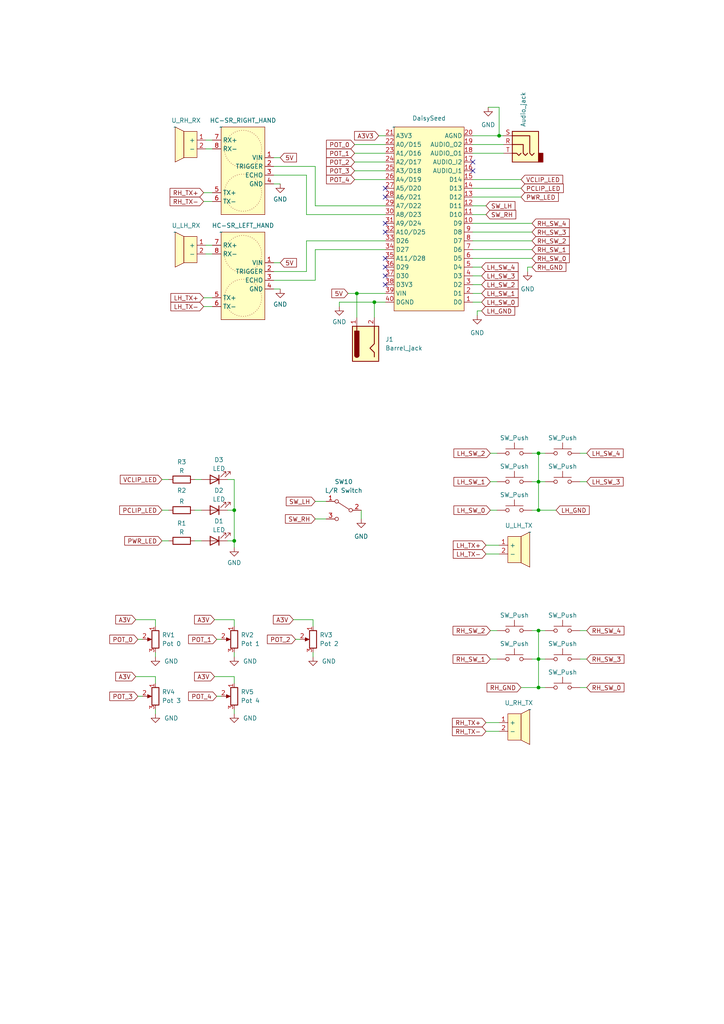
<source format=kicad_sch>
(kicad_sch (version 20230121) (generator eeschema)
  (paper "A4" portrait)
  (lib_symbols
    (symbol "Connector:Barrel_Jack" (pin_names (offset 1.016))
      (property "Reference" "J" (at 0 5.334 0))
      (property "Value" "Barrel_Jack" (at 0 -5.08 0))
      (symbol "Barrel_Jack_0_1"
        (rectangle (start -5.08 3.81) (end 5.08 -3.81) (stroke (width 0.254)) (fill (type background)))
        (arc (start -3.302 3.175) (mid -3.9343 2.54) (end -3.302 1.905) (stroke (width 0.254)))
        (arc (start -3.302 3.175) (mid -3.9343 2.54) (end -3.302 1.905) (stroke (width 0.254)) (fill (type outline)))
        (polyline (pts (xy 5.08 2.54) (xy 3.81 2.54)) (stroke (width 0.254)))
        (polyline (pts (xy -3.81 -2.54) (xy -2.54 -2.54) (xy -1.27 -1.27) (xy 0 -2.54) (xy 2.54 -2.54) (xy 5.08 -2.54)) (stroke (width 0.254)))
        (rectangle (start 3.683 3.175) (end -3.302 1.905) (stroke (width 0.254)) (fill (type outline)))
      )
      (symbol "Barrel_Jack_1_1"
        (pin passive line (at 7.62 2.54 180) (length 2.54) (name "~") (number "1"))
        (pin passive line (at 7.62 -2.54 180) (length 2.54) (name "~") (number "2"))
      )
    )
    (symbol "Connector_Audio:AudioJack3"
      (property "Reference" "J" (at 0 8.89 0))
      (property "Value" "AudioJack3" (at 0 6.35 0))
      (symbol "AudioJack3_0_1"
        (rectangle (start -5.08 -5.08) (end -6.35 -2.54) (stroke (width 0.254)) (fill (type outline)))
        (polyline (pts (xy 0 -2.54) (xy 0.635 -3.175) (xy 1.27 -2.54) (xy 2.54 -2.54)) (stroke (width 0.254)))
        (polyline (pts (xy -1.905 -2.54) (xy -1.27 -3.175) (xy -0.635 -2.54) (xy -0.635 0) (xy 2.54 0)) (stroke (width 0.254)))
        (polyline (pts (xy 2.54 2.54) (xy -2.54 2.54) (xy -2.54 -2.54) (xy -3.175 -3.175) (xy -3.81 -2.54)) (stroke (width 0.254)))
        (rectangle (start 2.54 3.81) (end -5.08 -5.08) (stroke (width 0.254)) (fill (type background)))
      )
      (symbol "AudioJack3_1_1"
        (pin passive line (at 5.08 0 180) (length 2.54) (name "~") (number "R"))
        (pin passive line (at 5.08 2.54 180) (length 2.54) (name "~") (number "S"))
        (pin passive line (at 5.08 -2.54 180) (length 2.54) (name "~") (number "T"))
      )
    )
    (symbol "Device:LED" (pin_numbers hide) (pin_names (offset 1.016) hide)
      (property "Reference" "D" (at 0 2.54 0))
      (property "Value" "LED" (at 0 -2.54 0))
      (symbol "LED_0_1"
        (polyline (pts (xy -1.27 -1.27) (xy -1.27 1.27)) (stroke (width 0.254)))
        (polyline (pts (xy -1.27 0) (xy 1.27 0)))
        (polyline (pts (xy 1.27 -1.27) (xy 1.27 1.27) (xy -1.27 0) (xy 1.27 -1.27)) (stroke (width 0.254)))
        (polyline (pts (xy -3.048 -0.762) (xy -4.572 -2.286) (xy -3.81 -2.286) (xy -4.572 -2.286) (xy -4.572 -1.524)))
        (polyline (pts (xy -1.778 -0.762) (xy -3.302 -2.286) (xy -2.54 -2.286) (xy -3.302 -2.286) (xy -3.302 -1.524)))
      )
      (symbol "LED_1_1"
        (pin passive line (at -3.81 0 0) (length 2.54) (name "K") (number "1"))
        (pin passive line (at 3.81 0 180) (length 2.54) (name "A") (number "2"))
      )
    )
    (symbol "Device:R" (pin_numbers hide) (pin_names (offset 0))
      (property "Reference" "R" (at 2.032 0 90))
      (property "Value" "R" (at 0 0 90))
      (symbol "R_0_1"
        (rectangle (start -1.016 -2.54) (end 1.016 2.54) (stroke (width 0.254)))
      )
      (symbol "R_1_1"
        (pin passive line (at 0 3.81 270) (length 1.27) (name "~") (number "1"))
        (pin passive line (at 0 -3.81 90) (length 1.27) (name "~") (number "2"))
      )
    )
    (symbol "Device:R_Potentiometer" (pin_names (offset 1.016) hide)
      (property "Reference" "RV" (at -4.445 0 90))
      (property "Value" "R_Potentiometer" (at -2.54 0 90))
      (symbol "R_Potentiometer_0_1"
        (polyline (pts (xy 2.54 0) (xy 1.524 0)))
        (polyline (pts (xy 1.143 0) (xy 2.286 0.508) (xy 2.286 -0.508) (xy 1.143 0)) (fill (type outline)))
        (rectangle (start 1.016 2.54) (end -1.016 -2.54) (stroke (width 0.254)))
      )
      (symbol "R_Potentiometer_1_1"
        (pin passive line (at 0 3.81 270) (length 1.27) (name "1") (number "1"))
        (pin passive line (at 3.81 0 180) (length 1.27) (name "2") (number "2"))
        (pin passive line (at 0 -3.81 90) (length 1.27) (name "3") (number "3"))
      )
    )
    (symbol "MyLibrary:DaisySeed"
      (property "Reference" "DaisySeed" (at 5.08 1.27 0))
      (symbol "DaisySeed_1_1"
        (rectangle (start 0 0) (end 20.32 -53.34) (fill (type background)))
        (pin bidirectional line (at 22.86 -50.8 180) (length 2.54) (name "D0") (number "1"))
        (pin bidirectional line (at 22.86 -27.94 180) (length 2.54) (name "D9") (number "10"))
        (pin bidirectional line (at 22.86 -25.4 180) (length 2.54) (name "D10") (number "11"))
        (pin bidirectional line (at 22.86 -22.86 180) (length 2.54) (name "D11") (number "12"))
        (pin bidirectional line (at 22.86 -20.32 180) (length 2.54) (name "D12") (number "13"))
        (pin bidirectional line (at 22.86 -17.78 180) (length 2.54) (name "D13") (number "14"))
        (pin bidirectional line (at 22.86 -15.24 180) (length 2.54) (name "D14") (number "15"))
        (pin input line (at 22.86 -12.7 180) (length 2.54) (name "AUDIO_I1") (number "16"))
        (pin input line (at 22.86 -10.16 180) (length 2.54) (name "AUDIO_I2") (number "17"))
        (pin output line (at 22.86 -7.62 180) (length 2.54) (name "AUDIO_O1") (number "18"))
        (pin output line (at 22.86 -5.08 180) (length 2.54) (name "AUDIO_O2") (number "19"))
        (pin bidirectional line (at 22.86 -48.26 180) (length 2.54) (name "D1") (number "2"))
        (pin bidirectional line (at 22.86 -2.54 180) (length 2.54) (name "AGND") (number "20"))
        (pin output line (at -2.54 -2.54 0) (length 2.54) (name "A3V3") (number "21"))
        (pin bidirectional line (at -2.54 -5.08 0) (length 2.54) (name "A0/D15") (number "22"))
        (pin bidirectional line (at -2.54 -7.62 0) (length 2.54) (name "A1/D16") (number "23"))
        (pin bidirectional line (at -2.54 -10.16 0) (length 2.54) (name "A2/D17") (number "24"))
        (pin bidirectional line (at -2.54 -12.7 0) (length 2.54) (name "A3/D18") (number "25"))
        (pin bidirectional line (at -2.54 -15.24 0) (length 2.54) (name "A4/D19") (number "26"))
        (pin bidirectional line (at -2.54 -17.78 0) (length 2.54) (name "A5/D20") (number "27"))
        (pin bidirectional line (at -2.54 -20.32 0) (length 2.54) (name "A6/D21") (number "28"))
        (pin bidirectional line (at -2.54 -22.86 0) (length 2.54) (name "A7/D22") (number "29"))
        (pin bidirectional line (at 22.86 -45.72 180) (length 2.54) (name "D2") (number "3"))
        (pin bidirectional line (at -2.54 -25.4 0) (length 2.54) (name "A8/D23") (number "30"))
        (pin bidirectional line (at -2.54 -27.94 0) (length 2.54) (name "A9/D24") (number "31"))
        (pin bidirectional line (at -2.54 -30.48 0) (length 2.54) (name "A10/D25") (number "32"))
        (pin bidirectional line (at -2.54 -33.02 0) (length 2.54) (name "D26") (number "33"))
        (pin bidirectional line (at -2.54 -35.56 0) (length 2.54) (name "D27") (number "34"))
        (pin bidirectional line (at -2.54 -38.1 0) (length 2.54) (name "A11/D28") (number "35"))
        (pin bidirectional line (at -2.54 -40.64 0) (length 2.54) (name "D29") (number "36"))
        (pin bidirectional line (at -2.54 -43.18 0) (length 2.54) (name "D30") (number "37"))
        (pin bidirectional line (at -2.54 -45.72 0) (length 2.54) (name "D3V3") (number "38"))
        (pin input line (at -2.54 -48.26 0) (length 2.54) (name "VIN") (number "39"))
        (pin bidirectional line (at 22.86 -43.18 180) (length 2.54) (name "D3") (number "4"))
        (pin bidirectional line (at -2.54 -50.8 0) (length 2.54) (name "DGND") (number "40"))
        (pin bidirectional line (at 22.86 -40.64 180) (length 2.54) (name "D4") (number "5"))
        (pin bidirectional line (at 22.86 -38.1 180) (length 2.54) (name "D5") (number "6"))
        (pin bidirectional line (at 22.86 -35.56 180) (length 2.54) (name "D6") (number "7"))
        (pin bidirectional line (at 22.86 -33.02 180) (length 2.54) (name "D7") (number "8"))
        (pin bidirectional line (at 22.86 -30.48 180) (length 2.54) (name "D8") (number "9"))
      )
    )
    (symbol "MyLibrary:hc-sr04"
      (property "Reference" "HC-SR04" (at 5.08 2.54 0))
      (symbol "hc-sr04_1_1"
        (rectangle (start 0 0) (end 12.7 -25.4) (fill (type background)))
        (circle (center 6.35 -19.05) (radius 5.3882) (stroke (width 0) (type dot)))
        (circle (center 6.35 -6.35) (radius 5.3882) (stroke (width 0) (type dot)))
        (pin input line (at 15.24 -8.89 180) (length 2.54) (name "VIN") (number "1"))
        (pin input line (at 15.24 -11.43 180) (length 2.54) (name "TRIGGER") (number "2"))
        (pin input line (at 15.24 -13.97 180) (length 2.54) (name "ECHO") (number "3"))
        (pin input line (at 15.24 -16.51 180) (length 2.54) (name "GND") (number "4"))
        (pin output line (at -2.54 -19.05 0) (length 2.54) (name "TX+") (number "5"))
        (pin output line (at -2.54 -21.59 0) (length 2.54) (name "TX-") (number "6"))
        (pin output line (at -2.54 -3.81 0) (length 2.54) (name "RX+") (number "7"))
        (pin output line (at -2.54 -6.35 0) (length 2.54) (name "RX-") (number "8"))
      )
    )
    (symbol "MyLibrary:ultrasonic"
      (property "Reference" "U" (at 1.27 1.27 0))
      (symbol "ultrasonic_1_1"
        (polyline (pts (xy 2.54 -1.27) (xy 0 0) (xy 0 -10.16) (xy 2.54 -8.89) (xy 2.54 -1.27)) (fill (type background)))
        (rectangle (start 2.54 -1.27) (end 6.35 -8.89) (fill (type background)))
        (pin input line (at 8.89 -3.81 180) (length 2.54) (name "+") (number "1"))
        (pin input line (at 8.89 -6.35 180) (length 2.54) (name "-") (number "2"))
      )
    )
    (symbol "Switch:SW_Push" (pin_numbers hide) (pin_names (offset 1.016) hide)
      (property "Reference" "SW" (at 1.27 2.54 0))
      (property "Value" "SW_Push" (at 0 -1.524 0))
      (symbol "SW_Push_0_1"
        (circle (center -2.032 0) (radius 0.508))
        (polyline (pts (xy 0 1.27) (xy 0 3.048)))
        (polyline (pts (xy 2.54 1.27) (xy -2.54 1.27)))
        (circle (center 2.032 0) (radius 0.508))
        (pin passive line (at -5.08 0 0) (length 2.54) (name "1") (number "1"))
        (pin passive line (at 5.08 0 180) (length 2.54) (name "2") (number "2"))
      )
    )
    (symbol "Switch:SW_SPDT" (pin_names (offset 0) hide)
      (property "Reference" "SW" (at 0 4.318 0))
      (property "Value" "SW_SPDT" (at 0 -5.08 0))
      (symbol "SW_SPDT_0_0"
        (circle (center -2.032 0) (radius 0.508))
        (circle (center 2.032 -2.54) (radius 0.508))
      )
      (symbol "SW_SPDT_0_1"
        (polyline (pts (xy -1.524 0.254) (xy 1.651 2.286)))
        (circle (center 2.032 2.54) (radius 0.508))
      )
      (symbol "SW_SPDT_1_1"
        (pin passive line (at 5.08 2.54 180) (length 2.54) (name "A") (number "1"))
        (pin passive line (at -5.08 0 0) (length 2.54) (name "B") (number "2"))
        (pin passive line (at 5.08 -2.54 180) (length 2.54) (name "C") (number "3"))
      )
    )
    (symbol "power:GND" (power) (pin_names (offset 0))
      (property "Value" "GND" (at 0 -3.81 0))
      (symbol "GND_0_1"
        (polyline (pts (xy 0 0) (xy 0 -1.27) (xy 1.27 -1.27) (xy 0 -2.54) (xy -1.27 -1.27) (xy 0 -1.27)))
      )
      (symbol "GND_1_1"
        (pin power_in line (at 0 0 270) (length 0) hide (name "GND") (number "1"))
      )
    )
  )
  (junction (at 156.21 182.88))
  (junction (at 144.78 39.37))
  (junction (at 156.21 139.7))
  (junction (at 108.585 87.63))
  (junction (at 103.505 85.09))
  (junction (at 67.945 147.955))
  (junction (at 156.21 147.955))
  (junction (at 67.945 156.845))
  (junction (at 156.21 191.135))
  (junction (at 156.21 131.445))
  (junction (at 156.21 199.39))
  (no_connect (at 111.76 64.77))
  (no_connect (at 111.76 82.55))
  (no_connect (at 111.76 74.93))
  (no_connect (at 111.76 77.47))
  (no_connect (at 111.76 54.61))
  (no_connect (at 137.16 46.99))
  (no_connect (at 111.76 80.01))
  (no_connect (at 111.76 67.31))
  (no_connect (at 137.16 49.53))
  (no_connect (at 111.76 57.15))
  (wire (pts (xy 156.21 199.39) (xy 151.13 199.39)))
  (wire (pts (xy 156.21 191.135) (xy 154.305 191.135)))
  (wire (pts (xy 79.375 53.34) (xy 81.28 53.34)))
  (wire (pts (xy 67.945 205.74) (xy 67.945 207.01)))
  (wire (pts (xy 45.085 198.12) (xy 45.085 196.215)))
  (wire (pts (xy 140.97 209.55) (xy 144.78 209.55)))
  (wire (pts (xy 102.87 49.53) (xy 111.76 49.53)))
  (wire (pts (xy 46.99 139.065) (xy 48.895 139.065)))
  (wire (pts (xy 62.865 201.93) (xy 64.135 201.93)))
  (wire (pts (xy 45.085 179.705) (xy 39.37 179.705)))
  (wire (pts (xy 156.21 182.88) (xy 158.115 182.88)))
  (wire (pts (xy 45.085 181.61) (xy 45.085 179.705)))
  (wire (pts (xy 103.505 92.075) (xy 103.505 85.09)))
  (wire (pts (xy 168.275 191.135) (xy 170.18 191.135)))
  (wire (pts (xy 109.855 39.37) (xy 111.76 39.37)))
  (wire (pts (xy 144.78 31.115) (xy 144.78 39.37)))
  (wire (pts (xy 62.865 185.42) (xy 64.135 185.42)))
  (wire (pts (xy 137.16 67.31) (xy 154.305 67.31)))
  (wire (pts (xy 67.945 139.065) (xy 66.04 139.065)))
  (wire (pts (xy 144.78 39.37) (xy 146.05 39.37)))
  (wire (pts (xy 98.425 88.9) (xy 98.425 87.63)))
  (wire (pts (xy 94.615 150.495) (xy 91.44 150.495)))
  (wire (pts (xy 156.21 131.445) (xy 156.21 139.7)))
  (wire (pts (xy 56.515 147.955) (xy 58.42 147.955)))
  (wire (pts (xy 168.275 182.88) (xy 170.18 182.88)))
  (wire (pts (xy 153.035 77.47) (xy 154.305 77.47)))
  (wire (pts (xy 45.085 196.215) (xy 39.37 196.215)))
  (wire (pts (xy 140.97 62.23) (xy 137.16 62.23)))
  (wire (pts (xy 66.04 156.845) (xy 67.945 156.845)))
  (wire (pts (xy 56.515 156.845) (xy 58.42 156.845)))
  (wire (pts (xy 102.87 46.99) (xy 111.76 46.99)))
  (wire (pts (xy 111.76 62.23) (xy 88.9 62.23)))
  (wire (pts (xy 156.21 191.135) (xy 156.21 199.39)))
  (wire (pts (xy 59.055 58.42) (xy 61.595 58.42)))
  (wire (pts (xy 140.97 160.655) (xy 144.78 160.655)))
  (wire (pts (xy 153.035 78.74) (xy 153.035 77.47)))
  (wire (pts (xy 144.145 191.135) (xy 142.24 191.135)))
  (wire (pts (xy 46.99 147.955) (xy 48.895 147.955)))
  (wire (pts (xy 108.585 87.63) (xy 108.585 92.075)))
  (wire (pts (xy 137.16 64.77) (xy 154.305 64.77)))
  (wire (pts (xy 59.69 73.66) (xy 61.595 73.66)))
  (wire (pts (xy 140.97 212.09) (xy 144.78 212.09)))
  (wire (pts (xy 156.21 131.445) (xy 158.115 131.445)))
  (wire (pts (xy 142.24 147.955) (xy 144.145 147.955)))
  (wire (pts (xy 156.21 182.88) (xy 156.21 191.135)))
  (wire (pts (xy 67.945 147.955) (xy 67.945 139.065)))
  (wire (pts (xy 79.375 83.82) (xy 81.28 83.82)))
  (wire (pts (xy 168.275 139.7) (xy 170.18 139.7)))
  (wire (pts (xy 40.005 185.42) (xy 41.275 185.42)))
  (wire (pts (xy 66.04 147.955) (xy 67.945 147.955)))
  (wire (pts (xy 91.44 59.69) (xy 111.76 59.69)))
  (wire (pts (xy 139.7 80.01) (xy 137.16 80.01)))
  (wire (pts (xy 88.9 50.8) (xy 79.375 50.8)))
  (wire (pts (xy 90.805 189.23) (xy 90.805 190.5)))
  (wire (pts (xy 137.16 69.85) (xy 154.305 69.85)))
  (wire (pts (xy 144.145 139.7) (xy 142.24 139.7)))
  (wire (pts (xy 137.16 44.45) (xy 146.05 44.45)))
  (wire (pts (xy 154.305 131.445) (xy 156.21 131.445)))
  (wire (pts (xy 59.055 88.9) (xy 61.595 88.9)))
  (wire (pts (xy 151.13 57.15) (xy 137.16 57.15)))
  (wire (pts (xy 139.7 85.09) (xy 137.16 85.09)))
  (wire (pts (xy 102.87 44.45) (xy 111.76 44.45)))
  (wire (pts (xy 85.725 185.42) (xy 86.995 185.42)))
  (wire (pts (xy 98.425 87.63) (xy 108.585 87.63)))
  (wire (pts (xy 139.7 77.47) (xy 137.16 77.47)))
  (wire (pts (xy 59.69 71.12) (xy 61.595 71.12)))
  (wire (pts (xy 67.945 158.75) (xy 67.945 156.845)))
  (wire (pts (xy 100.965 85.09) (xy 103.505 85.09)))
  (wire (pts (xy 168.275 131.445) (xy 170.18 131.445)))
  (wire (pts (xy 79.375 48.26) (xy 91.44 48.26)))
  (wire (pts (xy 40.005 201.93) (xy 41.275 201.93)))
  (wire (pts (xy 90.805 179.705) (xy 85.09 179.705)))
  (wire (pts (xy 79.375 81.28) (xy 91.44 81.28)))
  (wire (pts (xy 139.7 82.55) (xy 137.16 82.55)))
  (wire (pts (xy 137.16 39.37) (xy 144.78 39.37)))
  (wire (pts (xy 46.99 156.845) (xy 48.895 156.845)))
  (wire (pts (xy 102.87 52.07) (xy 111.76 52.07)))
  (wire (pts (xy 151.13 52.07) (xy 137.16 52.07)))
  (wire (pts (xy 140.97 158.115) (xy 144.78 158.115)))
  (wire (pts (xy 88.9 78.74) (xy 79.375 78.74)))
  (wire (pts (xy 81.28 76.2) (xy 79.375 76.2)))
  (wire (pts (xy 140.97 59.69) (xy 137.16 59.69)))
  (wire (pts (xy 91.44 48.26) (xy 91.44 59.69)))
  (wire (pts (xy 156.21 191.135) (xy 158.115 191.135)))
  (wire (pts (xy 154.305 182.88) (xy 156.21 182.88)))
  (wire (pts (xy 67.945 196.215) (xy 62.23 196.215)))
  (wire (pts (xy 156.21 139.7) (xy 158.115 139.7)))
  (wire (pts (xy 90.805 181.61) (xy 90.805 179.705)))
  (wire (pts (xy 141.605 31.115) (xy 144.78 31.115)))
  (wire (pts (xy 142.24 182.88) (xy 144.145 182.88)))
  (wire (pts (xy 45.085 205.74) (xy 45.085 207.01)))
  (wire (pts (xy 137.16 74.93) (xy 154.305 74.93)))
  (wire (pts (xy 158.115 199.39) (xy 156.21 199.39)))
  (wire (pts (xy 139.7 90.17) (xy 138.43 90.17)))
  (wire (pts (xy 156.21 139.7) (xy 154.305 139.7)))
  (wire (pts (xy 81.28 45.72) (xy 79.375 45.72)))
  (wire (pts (xy 67.945 189.23) (xy 67.945 190.5)))
  (wire (pts (xy 137.16 72.39) (xy 154.305 72.39)))
  (wire (pts (xy 88.9 62.23) (xy 88.9 50.8)))
  (wire (pts (xy 154.305 147.955) (xy 156.21 147.955)))
  (wire (pts (xy 161.29 147.955) (xy 156.21 147.955)))
  (wire (pts (xy 67.945 156.845) (xy 67.945 147.955)))
  (wire (pts (xy 91.44 81.28) (xy 91.44 72.39)))
  (wire (pts (xy 91.44 145.415) (xy 94.615 145.415)))
  (wire (pts (xy 170.18 199.39) (xy 168.275 199.39)))
  (wire (pts (xy 111.76 69.85) (xy 88.9 69.85)))
  (wire (pts (xy 59.69 40.64) (xy 61.595 40.64)))
  (wire (pts (xy 138.43 90.17) (xy 138.43 91.44)))
  (wire (pts (xy 59.055 86.36) (xy 61.595 86.36)))
  (wire (pts (xy 104.775 147.955) (xy 104.775 150.495)))
  (wire (pts (xy 56.515 139.065) (xy 58.42 139.065)))
  (wire (pts (xy 102.87 41.91) (xy 111.76 41.91)))
  (wire (pts (xy 156.21 147.955) (xy 156.21 139.7)))
  (wire (pts (xy 59.69 43.18) (xy 61.595 43.18)))
  (wire (pts (xy 91.44 72.39) (xy 111.76 72.39)))
  (wire (pts (xy 111.76 85.09) (xy 103.505 85.09)))
  (wire (pts (xy 67.945 181.61) (xy 67.945 179.705)))
  (wire (pts (xy 67.945 198.12) (xy 67.945 196.215)))
  (wire (pts (xy 67.945 179.705) (xy 62.23 179.705)))
  (wire (pts (xy 61.595 55.88) (xy 59.055 55.88)))
  (wire (pts (xy 111.76 87.63) (xy 108.585 87.63)))
  (wire (pts (xy 88.9 69.85) (xy 88.9 78.74)))
  (wire (pts (xy 137.16 41.91) (xy 146.05 41.91)))
  (wire (pts (xy 142.24 131.445) (xy 144.145 131.445)))
  (wire (pts (xy 45.085 189.23) (xy 45.085 190.5)))
  (wire (pts (xy 151.13 54.61) (xy 137.16 54.61)))
  (wire (pts (xy 139.7 87.63) (xy 137.16 87.63)))
  (global_label "POT_4" (shape input) (at 62.865 201.93 180) (property "Intersheetrefs" "${INTERSHEET_REFS}" (effects hide)))
  (global_label "A3V" (shape input) (at 85.09 179.705 180) (property "Intersheetrefs" "${INTERSHEET_REFS}" (effects hide)))
  (global_label "SW_RH" (shape input) (at 140.97 62.23 0) (property "Intersheetrefs" "${INTERSHEET_REFS}" (effects hide)))
  (global_label "LH_GND" (shape input) (at 139.7 90.17 0) (property "Intersheetrefs" "${INTERSHEET_REFS}" (effects hide)))
  (global_label "SW_LH" (shape input) (at 140.97 59.69 0) (property "Intersheetrefs" "${INTERSHEET_REFS}" (effects hide)))
  (global_label "LH_TX+" (shape input) (at 59.055 86.36 180) (property "Intersheetrefs" "${INTERSHEET_REFS}" (effects hide)))
  (global_label "RH_SW_4" (shape input) (at 154.305 64.77 0) (property "Intersheetrefs" "${INTERSHEET_REFS}" (effects hide)))
  (global_label "RH_SW_2" (shape input) (at 154.305 69.85 0) (property "Intersheetrefs" "${INTERSHEET_REFS}" (effects hide)))
  (global_label "LH_SW_4" (shape input) (at 139.7 77.47 0) (property "Intersheetrefs" "${INTERSHEET_REFS}" (effects hide)))
  (global_label "LH_SW_4" (shape input) (at 170.18 131.445 0) (property "Intersheetrefs" "${INTERSHEET_REFS}" (effects hide)))
  (global_label "POT_2" (shape input) (at 85.725 185.42 180) (property "Intersheetrefs" "${INTERSHEET_REFS}" (effects hide)))
  (global_label "LH_SW_1" (shape input) (at 139.7 85.09 0) (property "Intersheetrefs" "${INTERSHEET_REFS}" (effects hide)))
  (global_label "RH_SW_1" (shape input) (at 142.24 191.135 180) (property "Intersheetrefs" "${INTERSHEET_REFS}" (effects hide)))
  (global_label "POT_0" (shape input) (at 40.005 185.42 180) (property "Intersheetrefs" "${INTERSHEET_REFS}" (effects hide)))
  (global_label "LH_SW_2" (shape input) (at 142.24 131.445 180) (property "Intersheetrefs" "${INTERSHEET_REFS}" (effects hide)))
  (global_label "SW_LH" (shape input) (at 91.44 145.415 180) (property "Intersheetrefs" "${INTERSHEET_REFS}" (effects hide)))
  (global_label "POT_3" (shape input) (at 40.005 201.93 180) (property "Intersheetrefs" "${INTERSHEET_REFS}" (effects hide)))
  (global_label "RH_GND" (shape input) (at 154.305 77.47 0) (property "Intersheetrefs" "${INTERSHEET_REFS}" (effects hide)))
  (global_label "POT_4" (shape input) (at 102.87 52.07 180) (property "Intersheetrefs" "${INTERSHEET_REFS}" (effects hide)))
  (global_label "RH_TX-" (shape input) (at 59.055 58.42 180) (property "Intersheetrefs" "${INTERSHEET_REFS}" (effects hide)))
  (global_label "RH_SW_0" (shape input) (at 154.305 74.93 0) (property "Intersheetrefs" "${INTERSHEET_REFS}" (effects hide)))
  (global_label "LH_TX-" (shape input) (at 59.055 88.9 180) (property "Intersheetrefs" "${INTERSHEET_REFS}" (effects hide)))
  (global_label "A3V" (shape input) (at 62.23 179.705 180) (property "Intersheetrefs" "${INTERSHEET_REFS}" (effects hide)))
  (global_label "RH_SW_3" (shape input) (at 170.18 191.135 0) (property "Intersheetrefs" "${INTERSHEET_REFS}" (effects hide)))
  (global_label "SW_RH" (shape input) (at 91.44 150.495 180) (property "Intersheetrefs" "${INTERSHEET_REFS}" (effects hide)))
  (global_label "VCLIP_LED" (shape input) (at 46.99 139.065 180) (property "Intersheetrefs" "${INTERSHEET_REFS}" (effects hide)))
  (global_label "LH_SW_0" (shape input) (at 142.24 147.955 180) (property "Intersheetrefs" "${INTERSHEET_REFS}" (effects hide)))
  (global_label "RH_TX+" (shape input) (at 59.055 55.88 180) (property "Intersheetrefs" "${INTERSHEET_REFS}" (effects hide)))
  (global_label "RH_GND" (shape input) (at 151.13 199.39 180) (property "Intersheetrefs" "${INTERSHEET_REFS}" (effects hide)))
  (global_label "POT_3" (shape input) (at 102.87 49.53 180) (property "Intersheetrefs" "${INTERSHEET_REFS}" (effects hide)))
  (global_label "POT_1" (shape input) (at 102.87 44.45 180) (property "Intersheetrefs" "${INTERSHEET_REFS}" (effects hide)))
  (global_label "PWR_LED" (shape input) (at 151.13 57.15 0) (property "Intersheetrefs" "${INTERSHEET_REFS}" (effects hide)))
  (global_label "POT_2" (shape input) (at 102.87 46.99 180) (property "Intersheetrefs" "${INTERSHEET_REFS}" (effects hide)))
  (global_label "LH_GND" (shape input) (at 161.29 147.955 0) (property "Intersheetrefs" "${INTERSHEET_REFS}" (effects hide)))
  (global_label "5V" (shape input) (at 81.28 45.72 0) (property "Intersheetrefs" "${INTERSHEET_REFS}" (effects hide)))
  (global_label "PWR_LED" (shape input) (at 46.99 156.845 180) (property "Intersheetrefs" "${INTERSHEET_REFS}" (effects hide)))
  (global_label "POT_1" (shape input) (at 62.865 185.42 180) (property "Intersheetrefs" "${INTERSHEET_REFS}" (effects hide)))
  (global_label "A3V3" (shape input) (at 109.855 39.37 180) (property "Intersheetrefs" "${INTERSHEET_REFS}" (effects hide)))
  (global_label "A3V" (shape input) (at 39.37 196.215 180) (property "Intersheetrefs" "${INTERSHEET_REFS}" (effects hide)))
  (global_label "5V" (shape input) (at 81.28 76.2 0) (property "Intersheetrefs" "${INTERSHEET_REFS}" (effects hide)))
  (global_label "POT_0" (shape input) (at 102.87 41.91 180) (property "Intersheetrefs" "${INTERSHEET_REFS}" (effects hide)))
  (global_label "A3V" (shape input) (at 62.23 196.215 180) (property "Intersheetrefs" "${INTERSHEET_REFS}" (effects hide)))
  (global_label "RH_SW_0" (shape input) (at 170.18 199.39 0) (property "Intersheetrefs" "${INTERSHEET_REFS}" (effects hide)))
  (global_label "RH_SW_2" (shape input) (at 142.24 182.88 180) (property "Intersheetrefs" "${INTERSHEET_REFS}" (effects hide)))
  (global_label "RH_SW_1" (shape input) (at 154.305 72.39 0) (property "Intersheetrefs" "${INTERSHEET_REFS}" (effects hide)))
  (global_label "LH_SW_2" (shape input) (at 139.7 82.55 0) (property "Intersheetrefs" "${INTERSHEET_REFS}" (effects hide)))
  (global_label "VCLIP_LED" (shape input) (at 151.13 52.07 0) (property "Intersheetrefs" "${INTERSHEET_REFS}" (effects hide)))
  (global_label "5V" (shape input) (at 100.965 85.09 180) (property "Intersheetrefs" "${INTERSHEET_REFS}" (effects hide)))
  (global_label "LH_SW_3" (shape input) (at 170.18 139.7 0) (property "Intersheetrefs" "${INTERSHEET_REFS}" (effects hide)))
  (global_label "PCLIP_LED" (shape input) (at 46.99 147.955 180) (property "Intersheetrefs" "${INTERSHEET_REFS}" (effects hide)))
  (global_label "LH_TX+" (shape input) (at 140.97 158.115 180) (property "Intersheetrefs" "${INTERSHEET_REFS}" (effects hide)))
  (global_label "RH_SW_3" (shape input) (at 154.305 67.31 0) (property "Intersheetrefs" "${INTERSHEET_REFS}" (effects hide)))
  (global_label "LH_SW_1" (shape input) (at 142.24 139.7 180) (property "Intersheetrefs" "${INTERSHEET_REFS}" (effects hide)))
  (global_label "A3V" (shape input) (at 39.37 179.705 180) (property "Intersheetrefs" "${INTERSHEET_REFS}" (effects hide)))
  (global_label "LH_SW_3" (shape input) (at 139.7 80.01 0) (property "Intersheetrefs" "${INTERSHEET_REFS}" (effects hide)))
  (global_label "RH_TX+" (shape input) (at 140.97 209.55 180) (property "Intersheetrefs" "${INTERSHEET_REFS}" (effects hide)))
  (global_label "RH_SW_4" (shape input) (at 170.18 182.88 0) (property "Intersheetrefs" "${INTERSHEET_REFS}" (effects hide)))
  (global_label "LH_SW_0" (shape input) (at 139.7 87.63 0) (property "Intersheetrefs" "${INTERSHEET_REFS}" (effects hide)))
  (global_label "LH_TX-" (shape input) (at 140.97 160.655 180) (property "Intersheetrefs" "${INTERSHEET_REFS}" (effects hide)))
  (global_label "RH_TX-" (shape input) (at 140.97 212.09 180) (property "Intersheetrefs" "${INTERSHEET_REFS}" (effects hide)))
  (global_label "PCLIP_LED" (shape input) (at 151.13 54.61 0) (property "Intersheetrefs" "${INTERSHEET_REFS}" (effects hide)))
  (symbol (lib_id "power:GND") (at 45.085 207.01 0) (unit 1)
    (property "Reference" "#PWR05" (effects hide))
    (property "Value" "GND" (at 47.625 208.28 0) (effects (justify left)))
  )
  (symbol (lib_id "Device:R_Potentiometer") (at 67.945 201.93 0) (mirror y) (unit 1)
    (property "Reference" "RV5" (at 69.85 200.66 0) (effects (justify right)))
    (property "Value" "Pot 4" (at 69.85 203.2 0) (effects (justify right)))
  )
  (symbol (lib_id "Device:R_Potentiometer") (at 67.945 185.42 0) (mirror y) (unit 1)
    (property "Reference" "RV2" (at 69.85 184.15 0) (effects (justify right)))
    (property "Value" "Pot 1" (at 69.85 186.69 0) (effects (justify right)))
  )
  (symbol (lib_id "Switch:SW_Push") (at 163.195 131.445 0) (unit 1)
    (property "Reference" "SW2" (effects hide))
    (property "Value" "SW_Push" (at 163.195 127 0))
  )
  (symbol (lib_id "Connector:Barrel_Jack") (at 106.045 99.695 90) (unit 1)
    (property "Reference" "J1" (at 111.76 98.425 90) (effects (justify right)))
    (property "Value" "Barrel_jack" (at 111.76 100.965 90) (effects (justify right)))
  )
  (symbol (lib_id "power:GND") (at 81.28 53.34 0) (unit 1)
    (property "Reference" "#PWR07" (effects hide))
    (property "Value" "GND" (at 81.28 57.785 0))
  )
  (symbol (lib_id "MyLibrary:ultrasonic") (at 50.8 36.83 0) (unit 1)
    (property "Reference" "U_RH_RX" (at 53.975 34.925 0))
    (property "Value" "~" (at 50.8 36.83 0))
  )
  (symbol (lib_id "MyLibrary:ultrasonic") (at 153.67 154.305 0) (mirror y) (unit 1)
    (property "Reference" "U_LH_TX" (at 150.495 152.4 0))
    (property "Value" "~" (at 153.67 154.305 0))
  )
  (symbol (lib_id "Device:LED") (at 62.23 147.955 180) (unit 1)
    (property "Reference" "D2" (at 63.5 142.24 0))
    (property "Value" "LED" (at 63.5 144.78 0))
  )
  (symbol (lib_id "Switch:SW_Push") (at 163.195 199.39 0) (mirror y) (unit 1)
    (property "Reference" "SW8" (effects hide))
    (property "Value" "SW_Push" (at 163.195 194.945 0))
  )
  (symbol (lib_id "Switch:SW_Push") (at 149.225 182.88 0) (unit 1)
    (property "Reference" "SW6" (effects hide))
    (property "Value" "SW_Push" (at 149.225 178.435 0))
  )
  (symbol (lib_id "Switch:SW_Push") (at 149.225 191.135 0) (unit 1)
    (property "Reference" "SW7" (effects hide))
    (property "Value" "SW_Push" (at 149.225 186.69 0))
  )
  (symbol (lib_id "power:GND") (at 141.605 31.115 0) (unit 1)
    (property "Reference" "#PWR02" (effects hide))
    (property "Value" "GND" (at 141.605 36.195 0))
  )
  (symbol (lib_id "power:GND") (at 45.085 190.5 0) (unit 1)
    (property "Reference" "#PWR03" (effects hide))
    (property "Value" "GND" (at 47.625 191.77 0) (effects (justify left)))
  )
  (symbol (lib_id "power:GND") (at 138.43 91.44 0) (mirror y) (unit 1)
    (property "Reference" "#PWR014" (effects hide))
    (property "Value" "GND" (at 138.43 96.52 0))
  )
  (symbol (lib_id "Switch:SW_Push") (at 149.225 139.7 0) (unit 1)
    (property "Reference" "SW5" (effects hide))
    (property "Value" "SW_Push" (at 149.225 135.255 0))
  )
  (symbol (lib_id "MyLibrary:ultrasonic") (at 153.67 205.74 0) (mirror y) (unit 1)
    (property "Reference" "U_RH_TX" (at 150.495 203.835 0))
    (property "Value" "~" (at 153.67 205.74 0))
  )
  (symbol (lib_id "Device:R") (at 52.705 147.955 90) (unit 1)
    (property "Reference" "R2" (at 52.705 142.24 90))
    (property "Value" "R" (at 52.705 145.415 90))
  )
  (symbol (lib_id "power:GND") (at 104.775 150.495 0) (mirror y) (unit 1)
    (property "Reference" "#PWR013" (effects hide))
    (property "Value" "GND" (at 104.775 155.575 0))
  )
  (symbol (lib_id "Switch:SW_Push") (at 163.195 182.88 0) (unit 1)
    (property "Reference" "SW9" (effects hide))
    (property "Value" "SW_Push" (at 163.195 178.435 0))
  )
  (symbol (lib_id "Switch:SW_SPDT") (at 99.695 147.955 0) (mirror y) (unit 1)
    (property "Reference" "SW10" (at 99.695 139.7 0))
    (property "Value" "L/R Switch" (at 99.695 142.24 0))
  )
  (symbol (lib_id "power:GND") (at 153.035 78.74 0) (mirror y) (unit 1)
    (property "Reference" "#PWR015" (effects hide))
    (property "Value" "GND" (at 153.035 83.82 0))
  )
  (symbol (lib_id "MyLibrary:hc-sr04") (at 64.135 36.83 0) (unit 1)
    (property "Reference" "HC-SR_RIGHT_HAND" (at 70.485 34.925 0))
    (property "Value" "~" (at 64.135 36.83 0))
  )
  (symbol (lib_id "Device:R_Potentiometer") (at 45.085 185.42 0) (mirror y) (unit 1)
    (property "Reference" "RV1" (at 46.99 184.15 0) (effects (justify right)))
    (property "Value" "Pot 0" (at 46.99 186.69 0) (effects (justify right)))
  )
  (symbol (lib_id "Device:R_Potentiometer") (at 45.085 201.93 0) (mirror y) (unit 1)
    (property "Reference" "RV4" (at 46.99 200.66 0) (effects (justify right)))
    (property "Value" "Pot 3" (at 46.99 203.2 0) (effects (justify right)))
  )
  (symbol (lib_id "power:GND") (at 67.945 158.75 0) (unit 1)
    (property "Reference" "#PWR010" (effects hide))
    (property "Value" "GND" (at 67.945 163.195 0))
  )
  (symbol (lib_id "Switch:SW_Push") (at 163.195 191.135 0) (unit 1)
    (property "Reference" "SW11" (effects hide))
    (property "Value" "SW_Push" (at 163.195 186.69 0))
  )
  (symbol (lib_id "Device:LED") (at 62.23 139.065 180) (unit 1)
    (property "Reference" "D3" (at 63.5 133.35 0))
    (property "Value" "LED" (at 63.5 135.89 0))
  )
  (symbol (lib_id "Device:R_Potentiometer") (at 90.805 185.42 0) (mirror y) (unit 1)
    (property "Reference" "RV3" (at 92.71 184.15 0) (effects (justify right)))
    (property "Value" "Pot 2" (at 92.71 186.69 0) (effects (justify right)))
  )
  (symbol (lib_id "Device:R") (at 52.705 156.845 90) (unit 1)
    (property "Reference" "R1" (at 52.705 151.765 90))
    (property "Value" "R" (at 52.705 154.305 90))
  )
  (symbol (lib_id "MyLibrary:DaisySeed") (at 114.3 36.83 0) (unit 1)
    (property "Reference" "DaisySeed" (at 124.46 34.29 0))
    (property "Value" "~" (at 114.3 36.83 0))
  )
  (symbol (lib_id "Switch:SW_Push") (at 149.225 131.445 0) (unit 1)
    (property "Reference" "SW3" (effects hide))
    (property "Value" "SW_Push" (at 149.225 127 0))
  )
  (symbol (lib_id "power:GND") (at 81.28 83.82 0) (unit 1)
    (property "Reference" "#PWR08" (effects hide))
    (property "Value" "GND" (at 81.28 88.265 0))
  )
  (symbol (lib_id "power:GND") (at 90.805 190.5 0) (unit 1)
    (property "Reference" "#PWR09" (effects hide))
    (property "Value" "GND" (at 93.345 191.77 0) (effects (justify left)))
  )
  (symbol (lib_id "Switch:SW_Push") (at 163.195 139.7 0) (unit 1)
    (property "Reference" "SW4" (effects hide))
    (property "Value" "SW_Push" (at 163.195 135.255 0))
  )
  (symbol (lib_id "Connector_Audio:AudioJack3") (at 151.13 41.91 0) (mirror y) (unit 1)
    (property "Reference" "J2" (effects hide))
    (property "Value" "Audio_jack" (at 151.765 36.83 90) (effects (justify left)))
  )
  (symbol (lib_id "MyLibrary:hc-sr04") (at 64.135 67.31 0) (unit 1)
    (property "Reference" "HC-SR_LEFT_HAND" (at 70.485 65.405 0))
    (property "Value" "~" (at 64.135 67.31 0))
  )
  (symbol (lib_id "power:GND") (at 98.425 88.9 0) (unit 1)
    (property "Reference" "#PWR01" (effects hide))
    (property "Value" "GND" (at 98.425 93.345 0))
  )
  (symbol (lib_id "power:GND") (at 67.945 207.01 0) (unit 1)
    (property "Reference" "#PWR06" (effects hide))
    (property "Value" "GND" (at 70.485 208.28 0) (effects (justify left)))
  )
  (symbol (lib_id "Device:R") (at 52.705 139.065 90) (unit 1)
    (property "Reference" "R3" (at 52.705 133.985 90))
    (property "Value" "R" (at 52.705 136.525 90))
  )
  (symbol (lib_id "Device:LED") (at 62.23 156.845 180) (unit 1)
    (property "Reference" "D1" (at 63.5 151.13 0))
    (property "Value" "LED" (at 63.5 153.67 0))
  )
  (symbol (lib_id "power:GND") (at 67.945 190.5 0) (unit 1)
    (property "Reference" "#PWR04" (effects hide))
    (property "Value" "GND" (at 70.485 191.77 0) (effects (justify left)))
  )
  (symbol (lib_id "Switch:SW_Push") (at 149.225 147.955 0) (unit 1)
    (property "Reference" "SW1" (effects hide))
    (property "Value" "SW_Push" (at 149.225 143.51 0))
  )
  (symbol (lib_id "MyLibrary:ultrasonic") (at 50.8 67.31 0) (unit 1)
    (property "Reference" "U_LH_RX" (at 53.975 65.405 0))
    (property "Value" "~" (at 50.8 67.31 0))
  )
)
</source>
